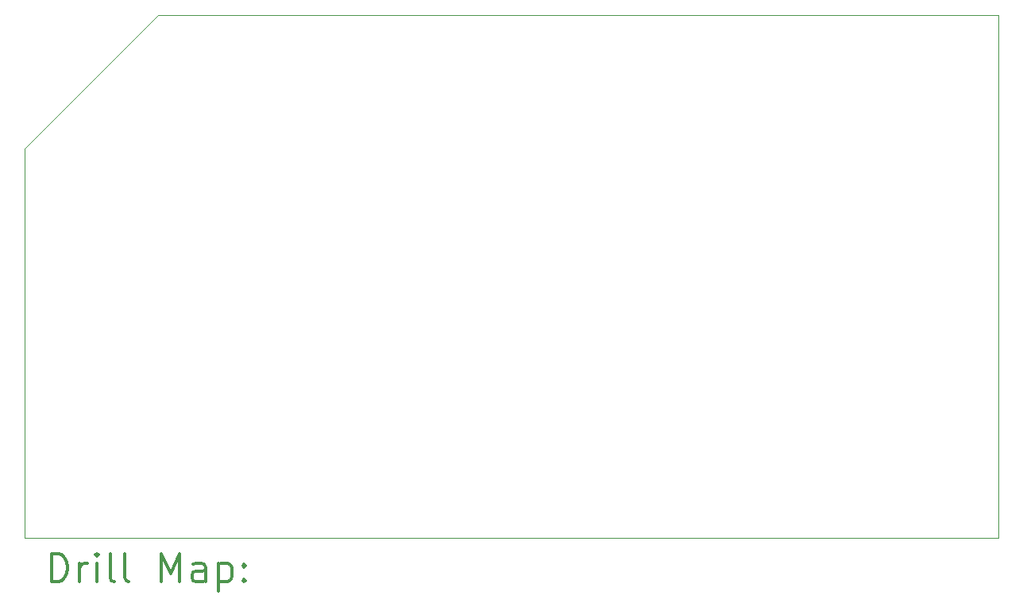
<source format=gbr>
%FSLAX45Y45*%
G04 Gerber Fmt 4.5, Leading zero omitted, Abs format (unit mm)*
G04 Created by KiCad (PCBNEW 5.1.6-c6e7f7d~86~ubuntu18.04.1) date 2020-11-01 20:36:18*
%MOMM*%
%LPD*%
G01*
G04 APERTURE LIST*
%TA.AperFunction,Profile*%
%ADD10C,0.050000*%
%TD*%
%ADD11C,0.200000*%
%ADD12C,0.300000*%
G04 APERTURE END LIST*
D10*
X15255240Y-15245080D02*
X14709140Y-15245080D01*
X15255240Y-14711680D02*
X15255240Y-15245080D01*
X14488160Y-15245080D02*
X14709140Y-15245080D01*
X15255240Y-9672320D02*
X15255240Y-14711680D01*
X6294120Y-9672320D02*
X15255240Y-9672320D01*
X4871720Y-11094720D02*
X6294120Y-9672320D01*
X4871720Y-15245080D02*
X4871720Y-11094720D01*
X14488160Y-15245080D02*
X4871720Y-15245080D01*
D11*
D12*
X5155648Y-15713294D02*
X5155648Y-15413294D01*
X5227077Y-15413294D01*
X5269934Y-15427580D01*
X5298506Y-15456151D01*
X5312791Y-15484723D01*
X5327077Y-15541866D01*
X5327077Y-15584723D01*
X5312791Y-15641866D01*
X5298506Y-15670437D01*
X5269934Y-15699009D01*
X5227077Y-15713294D01*
X5155648Y-15713294D01*
X5455648Y-15713294D02*
X5455648Y-15513294D01*
X5455648Y-15570437D02*
X5469934Y-15541866D01*
X5484220Y-15527580D01*
X5512791Y-15513294D01*
X5541363Y-15513294D01*
X5641363Y-15713294D02*
X5641363Y-15513294D01*
X5641363Y-15413294D02*
X5627077Y-15427580D01*
X5641363Y-15441866D01*
X5655648Y-15427580D01*
X5641363Y-15413294D01*
X5641363Y-15441866D01*
X5827077Y-15713294D02*
X5798506Y-15699009D01*
X5784220Y-15670437D01*
X5784220Y-15413294D01*
X5984220Y-15713294D02*
X5955648Y-15699009D01*
X5941363Y-15670437D01*
X5941363Y-15413294D01*
X6327077Y-15713294D02*
X6327077Y-15413294D01*
X6427077Y-15627580D01*
X6527077Y-15413294D01*
X6527077Y-15713294D01*
X6798506Y-15713294D02*
X6798506Y-15556151D01*
X6784220Y-15527580D01*
X6755648Y-15513294D01*
X6698506Y-15513294D01*
X6669934Y-15527580D01*
X6798506Y-15699009D02*
X6769934Y-15713294D01*
X6698506Y-15713294D01*
X6669934Y-15699009D01*
X6655648Y-15670437D01*
X6655648Y-15641866D01*
X6669934Y-15613294D01*
X6698506Y-15599009D01*
X6769934Y-15599009D01*
X6798506Y-15584723D01*
X6941363Y-15513294D02*
X6941363Y-15813294D01*
X6941363Y-15527580D02*
X6969934Y-15513294D01*
X7027077Y-15513294D01*
X7055648Y-15527580D01*
X7069934Y-15541866D01*
X7084220Y-15570437D01*
X7084220Y-15656151D01*
X7069934Y-15684723D01*
X7055648Y-15699009D01*
X7027077Y-15713294D01*
X6969934Y-15713294D01*
X6941363Y-15699009D01*
X7212791Y-15684723D02*
X7227077Y-15699009D01*
X7212791Y-15713294D01*
X7198506Y-15699009D01*
X7212791Y-15684723D01*
X7212791Y-15713294D01*
X7212791Y-15527580D02*
X7227077Y-15541866D01*
X7212791Y-15556151D01*
X7198506Y-15541866D01*
X7212791Y-15527580D01*
X7212791Y-15556151D01*
M02*

</source>
